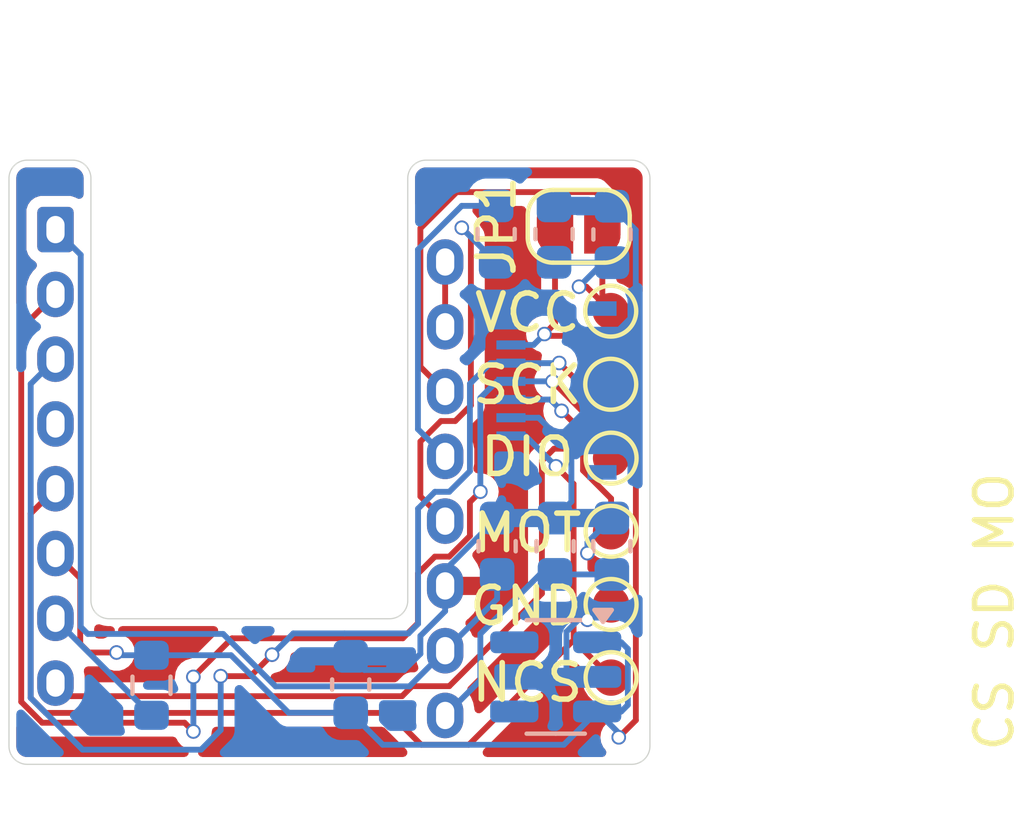
<source format=kicad_pcb>
(kicad_pcb (version 20240108) (generator "pcbnew") (generator_version "8.0")
  (layers (0 "F.Cu" signal) (31 "B.Cu" signal) (34 "B.Paste" user) (35 "F.Paste" user) (36 "B.SilkS" user "B.Silkscreen") (37 "F.SilkS" user "F.Silkscreen") (38 "B.Mask" user) (39 "F.Mask" user) (44 "Edge.Cuts" user))
  (net 0 "")
  (net 1 "GND")
  (net 2 "VCC_1.8V")
  (net 3 "Net-(U1-VCP)")
  (net 4 "Net-(U1-CN)")
  (net 5 "Net-(U1-CP)")
  (net 6 "Net-(U1-+VCSEL)")
  (net 7 "Net-(U1-NRESET)")
  (net 8 "NCS")
  (net 9 "SDIO")
  (net 10 "Net-(U1--VCSEL)")
  (net 11 "MOTION")
  (net 13 "SCLK")
  (net 14 "VCC_3.3_or_1.8V")
  (footprint "Jumper:SolderJumper-2_P1.3mm_Open_RoundedPad1.0x1.5mm" (layer "F.Cu") (at 40.62 29.33)
    (property "Reference" "JP1" (at -2.26 -0.01 90) (layer "F.SilkS") (effects (font (thickness 0.153))))
    (property "Value" "Jumper_2_Bridged" (hide yes))
    (fp_line (start -1.4 0.3) (end -1.4 -0.3) (stroke (width 0.12)) (layer "F.SilkS"))
    (fp_line (start -0.7 -1) (end 0.7 -1) (stroke (width 0.12)) (layer "F.SilkS"))
    (fp_line (start 0.7 1) (end -0.7 1) (stroke (width 0.12)) (layer "F.SilkS"))
    (fp_line (start 1.4 -0.3) (end 1.4 0.3) (stroke (width 0.12)) (layer "F.SilkS"))
    (fp_arc (start -1.4 -0.3) (mid -1.194975 -0.794975) (end -0.7 -1) (stroke (width 0.12)) (layer "F.SilkS"))
    (fp_arc (start -0.7 1) (mid -1.194975 0.794975) (end -1.4 0.3) (stroke (width 0.12)) (layer "F.SilkS"))
    (fp_arc (start 0.7 -1) (mid 1.194975 -0.794975) (end 1.4 -0.3) (stroke (width 0.12)) (layer "F.SilkS"))
    (fp_arc (start 1.4 0.3) (mid 1.194975 0.794975) (end 0.7 1) (stroke (width 0.12)) (layer "F.SilkS"))
    (pad "1" smd custom (at -0.65 0) (size 1 0.5) (layers "F.Cu" "F.Mask") (net 14 "VCC_3.3_or_1.8V") (options (clearance outline) (anchor rect)) (primitives (gr_circle (center 0 0.25) (end 0.5 0.25) (width 0) (fill yes)) (gr_circle (center 0 -0.25) (end 0.5 -0.25) (width 0) (fill yes)) (gr_poly (pts (xy 0.5 0.75) (xy 0 0.75) (xy 0 -0.75) (xy 0.5 -0.75)) (width 0) (fill yes))))
    (pad "2" smd custom (at 0.65 0) (size 1 0.5) (layers "F.Cu" "F.Mask") (net 2 "VCC_1.8V") (options (clearance outline) (anchor rect)) (primitives (gr_circle (center 0 0.25) (end 0.5 0.25) (width 0) (fill yes)) (gr_circle (center 0 -0.25) (end 0.5 -0.25) (width 0) (fill yes)) (gr_poly (pts (xy 0 0.75) (xy -0.5 0.75) (xy -0.5 -0.75) (xy 0 -0.75)) (width 0) (fill yes))))
  )
  (footprint "TestPoint:TestPoint_Pad_D1.0mm" (layer "F.Cu") (at 41.51 39.72)
    (property "Reference" "J2" (hide yes))
    (property "Value" "Conn_01x01_Pin" (hide yes))
    (fp_circle (center 0 0) (end 0 0.7) (stroke (width 0.12)) (fill none) (layer "F.SilkS"))
    (pad "1" smd circle (at 0 0) (size 1 1) (layers "F.Cu" "F.Mask") (net 1 "GND"))
  )
  (footprint "TestPoint:TestPoint_Pad_D1.0mm" (layer "F.Cu") (at 41.51 41.73)
    (property "Reference" "J7" (hide yes))
    (property "Value" "Conn_01x01_Pin" (hide yes))
    (fp_circle (center 0 0) (end 0 0.7) (stroke (width 0.12)) (fill none) (layer "F.SilkS"))
    (pad "1" smd circle (at 0 0) (size 1 1) (layers "F.Cu" "F.Mask") (net 8 "NCS"))
  )
  (footprint "TestPoint:TestPoint_Pad_D1.0mm" (layer "F.Cu") (at 41.51 37.71)
    (property "Reference" "J6" (hide yes))
    (property "Value" "Conn_01x01_Pin" (hide yes))
    (fp_circle (center 0 0) (end 0 0.7) (stroke (width 0.12)) (fill none) (layer "F.SilkS"))
    (pad "1" smd circle (at 0 0) (size 1 1) (layers "F.Cu" "F.Mask") (net 11 "MOTION"))
  )
  (footprint "0_pmw3610-breakout:PMW3610DM-SUDU 16Pin" (layer "F.Cu") (at 31.6032 35.5883 90)
    (property "Reference" "U1" (hide yes))
    (property "Value" "PMW3610")
    (pad "1" thru_hole roundrect (at 6.168 -5.35 270) (size 1.25 1) (drill oval 0.75 0.5) (layers "*.Cu" "*.Mask") (roundrect_rratio 0.15) (net 6 "Net-(U1-+VCSEL)"))
    (pad "2" thru_hole oval (at 4.388 -5.35 270) (size 1.25 1) (drill oval 0.75 0.5) (layers "*.Cu" "*.Mask") (net 9 "SDIO"))
    (pad "3" thru_hole oval (at 2.608 -5.35 270) (size 1.25 1) (drill oval 0.75 0.5) (layers "*.Cu" "*.Mask") (net 13 "SCLK"))
    (pad "4" thru_hole oval (at 0.828 -5.35 270) (size 1.25 1) (drill oval 0.75 0.5) (layers "*.Cu" "*.Mask"))
    (pad "5" thru_hole oval (at -0.952 -5.35 270) (size 1.25 1) (drill oval 0.75 0.5) (layers "*.Cu" "*.Mask") (net 8 "NCS"))
    (pad "6" thru_hole oval (at -2.732 -5.35 270) (size 1.25 1) (drill oval 0.75 0.5) (layers "*.Cu" "*.Mask") (net 14 "VCC_3.3_or_1.8V"))
    (pad "7" thru_hole oval (at -4.512 -5.35 270) (size 1.25 1) (drill oval 0.75 0.5) (layers "*.Cu" "*.Mask") (net 7 "Net-(U1-NRESET)"))
    (pad "8" thru_hole oval (at -6.292 -5.35 270) (size 1.25 1) (drill oval 0.75 0.5) (layers "*.Cu" "*.Mask") (net 11 "MOTION"))
    (pad "9" thru_hole oval (at -7.182 5.35 270) (size 1.25 1) (drill oval 0.75 0.5) (layers "*.Cu" "*.Mask") (net 3 "Net-(U1-VCP)"))
    (pad "10" thru_hole oval (at -5.402 5.35 270) (size 1.25 1) (drill oval 0.75 0.5) (layers "*.Cu" "*.Mask") (net 6 "Net-(U1-+VCSEL)"))
    (pad "11" thru_hole oval (at -3.622 5.35 270) (size 1.25 1) (drill oval 0.75 0.5) (layers "*.Cu" "*.Mask") (net 1 "GND"))
    (pad "12" thru_hole oval (at -1.842 5.35 270) (size 1.25 1) (drill oval 0.75 0.5) (layers "*.Cu" "*.Mask") (net 5 "Net-(U1-CP)"))
    (pad "13" thru_hole oval (at -0.062 5.35 270) (size 1.25 1) (drill oval 0.75 0.5) (layers "*.Cu" "*.Mask") (net 4 "Net-(U1-CN)"))
    (pad "14" thru_hole oval (at 1.718 5.35 270) (size 1.25 1) (drill oval 0.75 0.5) (layers "*.Cu" "*.Mask") (net 2 "VCC_1.8V"))
    (pad "15" thru_hole oval (at 3.498 5.35 270) (size 1.25 1) (drill oval 0.75 0.5) (layers "*.Cu" "*.Mask") (net 10 "Net-(U1--VCSEL)"))
    (pad "16" thru_hole oval (at 5.278 5.35 270) (size 1.25 1) (drill oval 0.75 0.5) (layers "*.Cu" "*.Mask") (net 10 "Net-(U1--VCSEL)"))
    (zone (net 0) (net_name "") (layers "*.Cu" "F.CrtYd") (connect_pads (clearance 0)) (min_thickness 0.254)
      (keepout (tracks not_allowed) (vias not_allowed) (pads not_allowed) (copperpour not_allowed) (footprints not_allowed))
      (fill (thermal_gap 0.508) (thermal_bridge_width 0.508))
      (polygon (pts (xy 27.2544 40.0895) (xy 27.2452 26.5967) (xy 35.932 26.5967) (xy 35.992 40.0895)))
    )
  )
  (footprint "TestPoint:TestPoint_Pad_D1.0mm" (layer "F.Cu") (at 41.51 35.7)
    (property "Reference" "J5" (hide yes))
    (property "Value" "Conn_01x01_Pin" (hide yes))
    (fp_circle (center 0 0) (end 0 0.7) (stroke (width 0.12)) (fill none) (layer "F.SilkS"))
    (pad "1" smd circle (at 0 0) (size 1 1) (layers "F.Cu" "F.Mask") (net 9 "SDIO"))
  )
  (footprint "TestPoint:TestPoint_Pad_D1.0mm" (layer "F.Cu") (at 41.5 31.66)
    (property "Reference" "J3" (hide yes))
    (property "Value" "Conn_01x01_Pin" (hide yes))
    (fp_circle (center 0 0) (end 0 0.7) (stroke (width 0.12)) (fill none) (layer "F.SilkS"))
    (pad "1" smd circle (at 0 0) (size 1 1) (layers "F.Cu" "F.Mask") (net 2 "VCC_1.8V"))
  )
  (footprint "TestPoint:TestPoint_Pad_D1.0mm" (layer "F.Cu") (at 41.5 33.67)
    (property "Reference" "J4" (hide yes))
    (property "Value" "Conn_01x01_Pin" (hide yes))
    (fp_circle (center 0 0) (end 0 0.7) (stroke (width 0.12)) (fill none) (layer "F.SilkS"))
    (pad "1" smd circle (at 0 0) (size 1 1) (layers "F.Cu" "F.Mask") (net 13 "SCLK"))
  )
  (footprint "Capacitor_SMD:C_0603_1608Metric" (layer "B.Cu") (at 39.9432 29.5433 90)
    (property "Reference" "C8" (hide yes))
    (property "Value" "100nF")
    (fp_line (start 0.14058 -0.51) (end -0.14058 -0.51) (stroke (width 0.12)) (layer "B.SilkS"))
    (fp_line (start 0.14058 0.51) (end -0.14058 0.51) (stroke (width 0.12)) (layer "B.SilkS"))
    (pad "1" smd roundrect (at -0.775 0 90) (size 0.9 0.95) (layers "B.Cu" "B.Paste" "B.Mask") (net 2 "VCC_1.8V"))
    (pad "2" smd roundrect (at 0.775 0 90) (size 0.9 0.95) (layers "B.Cu" "B.Paste" "B.Mask") (net 1 "GND"))
  )
  (footprint "Capacitor_SMD:C_0603_1608Metric" (layer "B.Cu") (at 38.3532 29.5433 90)
    (property "Reference" "C5" (hide yes))
    (property "Value" "100nF X7R")
    (fp_line (start 0.14058 -0.51) (end -0.14058 -0.51) (stroke (width 0.12)) (layer "B.SilkS"))
    (fp_line (start 0.14058 0.51) (end -0.14058 0.51) (stroke (width 0.12)) (layer "B.SilkS"))
    (pad "1" smd roundrect (at -0.775 0 90) (size 0.9 0.95) (layers "B.Cu" "B.Paste" "B.Mask") (net 5 "Net-(U1-CP)"))
    (pad "2" smd roundrect (at 0.775 0 90) (size 0.9 0.95) (layers "B.Cu" "B.Paste" "B.Mask") (net 4 "Net-(U1-CN)"))
  )
  (footprint "Capacitor_SMD:C_0603_1608Metric" (layer "B.Cu") (at 34.36 41.92 90)
    (property "Reference" "C1" (hide yes))
    (property "Value" "100nF")
    (fp_line (start 0.14058 -0.51) (end -0.14058 -0.51) (stroke (width 0.12)) (layer "B.SilkS"))
    (fp_line (start 0.14058 0.51) (end -0.14058 0.51) (stroke (width 0.12)) (layer "B.SilkS"))
    (pad "1" smd roundrect (at -0.775 0 90) (size 0.9 0.95) (layers "B.Cu" "B.Paste" "B.Mask") (net 14 "VCC_3.3_or_1.8V"))
    (pad "2" smd roundrect (at 0.775 0 90) (size 0.9 0.95) (layers "B.Cu" "B.Paste" "B.Mask") (net 1 "GND"))
  )
  (footprint "Capacitor_SMD:C_0603_1608Metric" (layer "B.Cu") (at 38.38 38.12 90)
    (property "Reference" "C6" (hide yes))
    (property "Value" "10nF")
    (fp_line (start 0.14058 -0.51) (end -0.14058 -0.51) (stroke (width 0.12)) (layer "B.SilkS"))
    (fp_line (start 0.14058 0.51) (end -0.14058 0.51) (stroke (width 0.12)) (layer "B.SilkS"))
    (pad "1" smd roundrect (at -0.775 0 90) (size 0.9 0.95) (layers "B.Cu" "B.Paste" "B.Mask") (net 6 "Net-(U1-+VCSEL)"))
    (pad "2" smd roundrect (at 0.775 0 90) (size 0.9 0.95) (layers "B.Cu" "B.Paste" "B.Mask") (net 1 "GND"))
  )
  (footprint "Capacitor_SMD:C_0603_1608Metric" (layer "B.Cu") (at 41.53 38.12 90)
    (property "Reference" "C4" (hide yes))
    (property "Value" "10nF X7R")
    (fp_line (start 0.14058 -0.51) (end -0.14058 -0.51) (stroke (width 0.12)) (layer "B.SilkS"))
    (fp_line (start 0.14058 0.51) (end -0.14058 0.51) (stroke (width 0.12)) (layer "B.SilkS"))
    (pad "1" smd roundrect (at -0.775 0 90) (size 0.9 0.95) (layers "B.Cu" "B.Paste" "B.Mask") (net 3 "Net-(U1-VCP)"))
    (pad "2" smd roundrect (at 0.775 0 90) (size 0.9 0.95) (layers "B.Cu" "B.Paste" "B.Mask") (net 1 "GND"))
  )
  (footprint "0_pmw3610-breakout:JUSHUO-AFH34-S06FIA-1H" (layer "B.Cu") (at 38.76 33.84 -90)
    (property "Reference" "J1" (hide yes))
    (property "Value" "Conn_01x06_Pin" (hide yes))
    (pad "0" smd rect (at -2.25 -2.5 270) (size 0.4 0.8) (layers "B.Cu" "B.Paste" "B.Mask"))
    (pad "0" smd rect (at 2.25 -2.5 270) (size 0.4 0.8) (layers "B.Cu" "B.Paste" "B.Mask"))
    (pad "1" smd rect (at -1.25 0 270) (size 0.25 0.8) (layers "B.Cu" "B.Paste" "B.Mask") (net 14 "VCC_3.3_or_1.8V"))
    (pad "2" smd rect (at -0.75 0 270) (size 0.25 0.8) (layers "B.Cu" "B.Paste" "B.Mask") (net 13 "SCLK"))
    (pad "3" smd rect (at -0.25 0 270) (size 0.25 0.8) (layers "B.Cu" "B.Paste" "B.Mask") (net 9 "SDIO"))
    (pad "4" smd rect (at 0.25 0 270) (size 0.25 0.8) (layers "B.Cu" "B.Paste" "B.Mask") (net 11 "MOTION"))
    (pad "5" smd rect (at 0.75 0 270) (size 0.25 0.8) (layers "B.Cu" "B.Paste" "B.Mask") (net 1 "GND"))
    (pad "6" smd rect (at 1.25 0 270) (size 0.25 0.8) (layers "B.Cu" "B.Paste" "B.Mask") (net 8 "NCS"))
  )
  (footprint "Capacitor_SMD:C_0603_1608Metric" (layer "B.Cu") (at 41.5332 29.5533 90)
    (property "Reference" "C7" (hide yes))
    (property "Value" "10uF")
    (fp_line (start 0.14058 -0.51) (end -0.14058 -0.51) (stroke (width 0.12)) (layer "B.SilkS"))
    (fp_line (start 0.14058 0.51) (end -0.14058 0.51) (stroke (width 0.12)) (layer "B.SilkS"))
    (pad "1" smd roundrect (at -0.775 0 90) (size 0.9 0.95) (layers "B.Cu" "B.Paste" "B.Mask") (net 2 "VCC_1.8V"))
    (pad "2" smd roundrect (at 0.775 0 90) (size 0.9 0.95) (layers "B.Cu" "B.Paste" "B.Mask") (net 1 "GND"))
  )
  (footprint "Capacitor_SMD:C_0603_1608Metric" (layer "B.Cu") (at 39.97 38.12 90)
    (property "Reference" "C3" (hide yes))
    (property "Value" "10uF X7R")
    (fp_line (start 0.14058 -0.51) (end -0.14058 -0.51) (stroke (width 0.12)) (layer "B.SilkS"))
    (fp_line (start 0.14058 0.51) (end -0.14058 0.51) (stroke (width 0.12)) (layer "B.SilkS"))
    (pad "1" smd roundrect (at -0.775 0 90) (size 0.9 0.95) (layers "B.Cu" "B.Paste" "B.Mask") (net 3 "Net-(U1-VCP)"))
    (pad "2" smd roundrect (at 0.775 0 90) (size 0.9 0.95) (layers "B.Cu" "B.Paste" "B.Mask") (net 1 "GND"))
  )
  (footprint "Package_TO_SOT_SMD:SOT-23-5" (layer "B.Cu") (at 39.99 41.71 180)
    (property "Reference" "U2" (hide yes))
    (property "Value" "TLV70018_SOT23-5" (hide yes))
    (fp_line (start 0.8 1.56) (end 0 1.56) (stroke (width 0.12)) (layer "B.SilkS"))
    (fp_line (start 0.8 -1.56) (end 0 -1.56) (stroke (width 0.12)) (layer "B.SilkS"))
    (fp_line (start -0.8 1.56) (end 0 1.56) (stroke (width 0.12)) (layer "B.SilkS"))
    (fp_line (start -0.8 -1.56) (end 0 -1.56) (stroke (width 0.12)) (layer "B.SilkS"))
    (fp_poly (pts (xy -1.3 1.51) (xy -1.54 1.84) (xy -1.06 1.84) (xy -1.3 1.51)) (stroke (width 0.12)) (fill solid) (layer "B.SilkS"))
    (pad "1" smd roundrect (at -1.1375 0.95 180) (size 1.325 0.6) (layers "B.Cu" "B.Paste" "B.Mask") (net 14 "VCC_3.3_or_1.8V"))
    (pad "2" smd roundrect (at -1.1375 0 180) (size 1.325 0.6) (layers "B.Cu" "B.Paste" "B.Mask") (net 1 "GND"))
    (pad "3" smd roundrect (at -1.1375 -0.95 180) (size 1.325 0.6) (layers "B.Cu" "B.Paste" "B.Mask") (net 14 "VCC_3.3_or_1.8V"))
    (pad "4" smd roundrect (at 1.1375 -0.95 180) (size 1.325 0.6) (layers "B.Cu" "B.Paste" "B.Mask"))
    (pad "5" smd roundrect (at 1.1375 0.95 180) (size 1.325 0.6) (layers "B.Cu" "B.Paste" "B.Mask") (net 2 "VCC_1.8V"))
  )
  (footprint "Resistor_SMD:R_0603_1608Metric" (layer "B.Cu") (at 28.89 41.94 90)
    (property "Reference" "R1" (hide yes))
    (property "Value" "51kΩ")
    (fp_line (start 0.237258 -0.5225) (end -0.237258 -0.5225) (stroke (width 0.12)) (layer "B.SilkS"))
    (fp_line (start 0.237258 0.5225) (end -0.237258 0.5225) (stroke (width 0.12)) (layer "B.SilkS"))
    (pad "1" smd roundrect (at -0.825 0 90) (size 0.8 0.95) (layers "B.Cu" "B.Paste" "B.Mask") (net 7 "Net-(U1-NRESET)"))
    (pad "2" smd roundrect (at 0.825 0 90) (size 0.8 0.95) (layers "B.Cu" "B.Paste" "B.Mask") (net 14 "VCC_3.3_or_1.8V"))
  )
  (gr_poly (pts (xy 26.75157 27.512949) (xy 26.776125 27.514785) (xy 26.800483 27.517824) (xy 26.824601 27.522047) (xy 26.848438 27.527438) (xy 26.871951 27.533978) (xy 26.8951 27.541649) (xy 26.91784 27.550435) (xy 26.940132 27.560317) (xy 26.961932 27.571278) (xy 26.983199 27.5833) (xy 27.003891 27.596365) (xy 27.023966 27.610456) (xy 27.043382 27.625555) (xy 27.062096 27.641645) (xy 27.080068 27.658706) (xy 27.097173 27.676705) (xy 27.113303 27.69544) (xy 27.128441 27.714871) (xy 27.142568 27.734957) (xy 27.155668 27.755657) (xy 27.167722 27.776931) (xy 27.178712 27.798737) (xy 27.188621 27.821035) (xy 27.197431 27.843783) (xy 27.205124 27.866942) (xy 27.211682 27.89047) (xy 27.217087 27.914325) (xy 27.221323 27.938468) (xy 27.22437 27.962858) (xy 27.226211 27.987453) (xy 27.226829 28.012213) (xy 27.226829 39.612215) (xy 27.22744 39.637042) (xy 27.229263 39.661696) (xy 27.232282 39.686134) (xy 27.23648 39.710318) (xy 27.241841 39.734205) (xy 27.248349 39.757756) (xy 27.255988 39.780928) (xy 27.264743 39.803681) (xy 27.274596 39.825975) (xy 27.285531 39.847768) (xy 27.297533 39.869019) (xy 27.310586 39.889688) (xy 27.324672 39.909734) (xy 27.339777 39.929116) (xy 27.355884 39.947792) (xy 27.372976 39.965722) (xy 27.390948 39.982851) (xy 27.409664 39.998999) (xy 27.429083 40.014148) (xy 27.449163 40.028283) (xy 27.469865 40.041385) (xy 27.491146 40.053437) (xy 27.512967 40.064423) (xy 27.535285 40.074326) (xy 27.55806 40.083127) (xy 27.581251 40.090811) (xy 27.604816 40.097359) (xy 27.628716 40.102756) (xy 27.652908 40.106982) (xy 27.677352 40.110023) (xy 27.702007 40.11186) (xy 27.726831 40.112476) (xy 35.426328 40.112476) (xy 35.451152 40.11186) (xy 35.475807 40.110023) (xy 35.500251 40.106982) (xy 35.524443 40.102756) (xy 35.548343 40.097359) (xy 35.571908 40.090811) (xy 35.595099 40.083127) (xy 35.617874 40.074326) (xy 35.640192 40.064423) (xy 35.662013 40.053437) (xy 35.683294 40.041385) (xy 35.703996 40.028283) (xy 35.724077 40.014148) (xy 35.743495 39.998999) (xy 35.762211 39.982851) (xy 35.780183 39.965722) (xy 35.797275 39.947792) (xy 35.813382 39.929116) (xy 35.828487 39.909734) (xy 35.842573 39.889688) (xy 35.855626 39.869019) (xy 35.867628 39.847768) (xy 35.878563 39.825975) (xy 35.888416 39.803681) (xy 35.89717 39.780928) (xy 35.90481 39.757756) (xy 35.911318 39.734205) (xy 35.916679 39.710318) (xy 35.920877 39.686134) (xy 35.923896 39.661696) (xy 35.925719 39.637042) (xy 35.92633 39.612215) (xy 35.92633 28.012213) (xy 35.926948 27.987453) (xy 35.928789 27.962858) (xy 35.931836 27.938468) (xy 35.936072 27.914325) (xy 35.941477 27.89047) (xy 35.948036 27.866942) (xy 35.955728 27.843783) (xy 35.964538 27.821035) (xy 35.974447 27.798737) (xy 35.985437 27.776931) (xy 35.997491 27.755657) (xy 36.010591 27.734957) (xy 36.024718 27.714871) (xy 36.039856 27.69544) (xy 36.055986 27.676705) (xy 36.073091 27.658706) (xy 36.091062 27.641645) (xy 36.109777 27.625555) (xy 36.129193 27.610456) (xy 36.149268 27.596365) (xy 36.16996 27.5833) (xy 36.191227 27.571278) (xy 36.213027 27.560317) (xy 36.235319 27.550435) (xy 36.258059 27.541649) (xy 36.281208 27.533978) (xy 36.304721 27.527438) (xy 36.328558 27.522047) (xy 36.352676 27.517824) (xy 36.377034 27.514785) (xy 36.401589 27.512949) (xy 36.426299 27.512333) (xy 42.076568 27.512333) (xy 42.101392 27.512949) (xy 42.126047 27.514785) (xy 42.150491 27.517824) (xy 42.174683 27.522047) (xy 42.198582 27.527438) (xy 42.222148 27.533978) (xy 42.245339 27.541649) (xy 42.268114 27.550435) (xy 42.290432 27.560317) (xy 42.312252 27.571278) (xy 42.333534 27.5833) (xy 42.354235 27.596365) (xy 42.374316 27.610456) (xy 42.393735 27.625555) (xy 42.412451 27.641645) (xy 42.430423 27.658706) (xy 42.447521 27.676705) (xy 42.463631 27.69544) (xy 42.478739 27.714871) (xy 42.492827 27.734957) (xy 42.50588 27.755657) (xy 42.517882 27.776931) (xy 42.528817 27.798737) (xy 42.538668 27.821035) (xy 42.547421 27.843783) (xy 42.555058 27.866942) (xy 42.561565 27.89047) (xy 42.566924 27.914325) (xy 42.57112 27.938468) (xy 42.574137 27.962858) (xy 42.575959 27.987453) (xy 42.57657 28.012213) (xy 42.57657 43.612439) (xy 42.575959 43.637199) (xy 42.574137 43.661794) (xy 42.57112 43.686184) (xy 42.566924 43.710327) (xy 42.561565 43.734183) (xy 42.555058 43.757711) (xy 42.547421 43.780869) (xy 42.538668 43.803618) (xy 42.528817 43.825916) (xy 42.517882 43.847722) (xy 42.50588 43.868995) (xy 42.492827 43.889696) (xy 42.478739 43.909782) (xy 42.463631 43.929213) (xy 42.447521 43.947948) (xy 42.430423 43.965947) (xy 42.412451 43.983008) (xy 42.393735 43.999098) (xy 42.374316 44.014197) (xy 42.354235 44.028288) (xy 42.333534 44.041353) (xy 42.312252 44.053375) (xy 42.290432 44.064336) (xy 42.268114 44.074218) (xy 42.245339 44.083004) (xy 42.222148 44.090676) (xy 42.198582 44.097216) (xy 42.174683 44.102606) (xy 42.150491 44.10683) (xy 42.126047 44.109868) (xy 42.101392 44.111704) (xy 42.076568 44.11232) (xy 25.476581 44.11232) (xy 25.451756 44.111704) (xy 25.427102 44.109868) (xy 25.402658 44.10683) (xy 25.378466 44.102606) (xy 25.354566 44.097216) (xy 25.331001 44.090676) (xy 25.30781 44.083004) (xy 25.285035 44.074218) (xy 25.262717 44.064336) (xy 25.240896 44.053375) (xy 25.219615 44.041353) (xy 25.198913 44.028288) (xy 25.178833 44.014197) (xy 25.159414 43.999098) (xy 25.140698 43.983008) (xy 25.122726 43.965947) (xy 25.105634 43.947948) (xy 25.089527 43.929213) (xy 25.074422 43.909782) (xy 25.060336 43.889696) (xy 25.047283 43.868995) (xy 25.035281 43.847722) (xy 25.024345 43.825916) (xy 25.014493 43.803618) (xy 25.005738 43.780869) (xy 24.998099 43.757711) (xy 24.991591 43.734183) (xy 24.986229 43.710327) (xy 24.982032 43.686184) (xy 24.979013 43.661794) (xy 24.97719 43.637199) (xy 24.976579 43.612439) (xy 24.976579 28.012213) (xy 24.97719 27.987453) (xy 24.979013 27.962858) (xy 24.982032 27.938468) (xy 24.986229 27.914325) (xy 24.991591 27.89047) (xy 24.998099 27.866942) (xy 25.005738 27.843783) (xy 25.014493 27.821035) (xy 25.024345 27.798737) (xy 25.035281 27.776931) (xy 25.047283 27.755657) (xy 25.060336 27.734957) (xy 25.074422 27.714871) (xy 25.089527 27.69544) (xy 25.105634 27.676705) (xy 25.122726 27.658706) (xy 25.140698 27.641645) (xy 25.159414 27.625555) (xy 25.178833 27.610456) (xy 25.198913 27.596365) (xy 25.219615 27.5833) (xy 25.240896 27.571278) (xy 25.262717 27.560317) (xy 25.285035 27.550435) (xy 25.30781 27.541649) (xy 25.331001 27.533978) (xy 25.354566 27.527438) (xy 25.378466 27.522047) (xy 25.402658 27.517824) (xy 25.427102 27.514785) (xy 25.451756 27.512949) (xy 25.476581 27.512333) (xy 26.72686 27.512333)) (stroke (width 0.034519) (color 0 0 255 1)) (fill none) (layer "Edge.Cuts"))
  (gr_text "NCS" (at 39.21 42.45 0) (layer "F.SilkS") (effects (font (size 1 1) (thickness 0.153)) (justify bottom)))
  (gr_text "SCK" (at 39.21 34.27 0) (layer "F.SilkS") (effects (font (size 1 1) (thickness 0.153)) (justify bottom)))
  (gr_text "MOT" (at 39.21 38.34 0) (layer "F.SilkS") (effects (font (size 1 1) (thickness 0.153)) (justify bottom)))
  (gr_text "VCC" (at 39.21 32.29 0) (layer "F.SilkS") (effects (font (size 1 1) (thickness 0.153)) (justify bottom)))
  (gr_text "CS SD MO" (at 52.62 43.83 90) (layer "F.SilkS") (effects (font (size 1 1) (thickness 0.153)) (justify left bottom)))
  (gr_text "DIO" (at 39.21 36.25 0) (layer "F.SilkS") (effects (font (size 1 1) (thickness 0.153)) (justify bottom)))
  (gr_text "GND" (at 39.17 40.35 0) (layer "F.SilkS") (effects (font (size 1 1) (thickness 0.153)) (justify bottom)))
  (segment (start 41.51 39.72) (end 41.28 39.72) (width 0.16) (layer "F.Cu") (net 1))
  (segment (start 41.51 39.72) (end 41.51 38.96) (width 0.16) (layer "F.Cu") (net 1))
  (segment (start 41.51 38.96) (end 40.86 38.31) (width 0.16) (layer "F.Cu") (net 1))
  (segment (start 41.28 39.72) (end 40.86 40.14) (width 0.16) (layer "F.Cu") (net 1))
  (via (at 40.86 40.14) (size 0.4) (drill 0.3) (layers "F.Cu" "B.Cu") (net 1))
  (via (at 40.86 38.31) (size 0.4) (drill 0.3) (layers "F.Cu" "B.Cu") (net 1))
  (segment (start 36.9532 39.903635) (end 36.9532 39.2103) (width 0.16) (layer "B.Cu") (net 1))
  (segment (start 41.5332 28.7783) (end 39.9532 28.7783) (width 0.16) (layer "B.Cu") (net 1))
  (segment (start 36.9532 38.7718) (end 38.38 37.345) (width 0.16) (layer "B.Cu") (net 1))
  (segment (start 42.1882 29.4333) (end 42.1882 31.7118) (width 0.16) (layer "B.Cu") (net 1))
  (segment (start 36.9532 39.2103) (end 36.9532 38.7718) (width 0.16) (layer "B.Cu") (net 1))
  (segment (start 40.614152 40.14) (end 40.285 40.469152) (width 0.16) (layer "B.Cu") (net 1))
  (segment (start 40.86 38.31) (end 40.86 38.015) (width 0.16) (layer "B.Cu") (net 1))
  (segment (start 40.051299 35.148701) (end 40.42 35.517402) (width 0.16) (layer "B.Cu") (net 1))
  (segment (start 36.2732 41.0768) (end 36.2732 40.583635) (width 0.16) (layer "B.Cu") (net 1))
  (segment (start 40.051299 35.148701) (end 40.051299 35.121299) (width 0.16) (layer "B.Cu") (net 1))
  (segment (start 39.97 37.345) (end 38.38 37.345) (width 0.16) (layer "B.Cu") (net 1))
  (segment (start 41.5332 28.7783) (end 42.1882 29.4333) (width 0.16) (layer "B.Cu") (net 1))
  (segment (start 36.2732 40.583635) (end 36.9532 39.903635) (width 0.16) (layer "B.Cu") (net 1))
  (segment (start 39.52 34.59) (end 38.76 34.59) (width 0.16) (layer "B.Cu") (net 1))
  (segment (start 41.55 33.65) (end 40.051299 35.148701) (width 0.16) (layer "B.Cu") (net 1))
  (segment (start 35.83 41.52) (end 36.2732 41.0768) (width 0.16) (layer "B.Cu") (net 1))
  (segment (start 40.285 41.529999) (end 40.465001 41.71) (width 0.16) (layer "B.Cu") (net 1))
  (segment (start 40.86 38.015) (end 41.53 37.345) (width 0.16) (layer "B.Cu") (net 1))
  (segment (start 40.42 36.895) (end 39.97 37.345) (width 0.16) (layer "B.Cu") (net 1))
  (segment (start 39.9532 28.7783) (end 39.9432 28.7683) (width 0.16) (layer "B.Cu") (net 1))
  (segment (start 42.1882 31.7118) (end 41.55 32.35) (width 0.16) (layer "B.Cu") (net 1))
  (segment (start 34.735 41.52) (end 35.83 41.52) (width 0.16) (layer "B.Cu") (net 1))
  (segment (start 40.465001 41.71) (end 41.1275 41.71) (width 0.16) (layer "B.Cu") (net 1))
  (segment (start 40.42 35.517402) (end 40.42 36.895) (width 0.16) (layer "B.Cu") (net 1))
  (segment (start 40.86 40.14) (end 40.614152 40.14) (width 0.16) (layer "B.Cu") (net 1))
  (segment (start 40.285 40.469152) (end 40.285 41.529999) (width 0.16) (layer "B.Cu") (net 1))
  (segment (start 41.55 32.35) (end 41.55 33.65) (width 0.16) (layer "B.Cu") (net 1))
  (segment (start 34.36 41.145) (end 34.735 41.52) (width 0.16) (layer "B.Cu") (net 1))
  (segment (start 40.051299 35.121299) (end 39.52 34.59) (width 0.16) (layer "B.Cu") (net 1))
  (segment (start 39.97 37.345) (end 41.53 37.345) (width 0.16) (layer "B.Cu") (net 1))
  (segment (start 40.83 30.99) (end 41.5 31.66) (width 0.16) (layer "F.Cu") (net 2))
  (segment (start 41.27 29.33) (end 41.27 31.43) (width 0.16) (layer "F.Cu") (net 2))
  (segment (start 37.27 28.39) (end 36.2732 29.3868) (width 0.16) (layer "F.Cu") (net 2))
  (segment (start 41.27 28.575) (end 41.085 28.39) (width 0.16) (layer "F.Cu") (net 2))
  (segment (start 36.2732 29.3868) (end 36.2732 33.1903) (width 0.16) (layer "F.Cu") (net 2))
  (segment (start 41.27 31.43) (end 41.5 31.66) (width 0.16) (layer "F.Cu") (net 2))
  (segment (start 41.085 28.39) (end 37.27 28.39) (width 0.16) (layer "F.Cu") (net 2))
  (segment (start 41.27 29.33) (end 41.27 28.575) (width 0.16) (layer "F.Cu") (net 2))
  (segment (start 36.2732 33.1903) (end 36.9532 33.8703) (width 0.16) (layer "F.Cu") (net 2))
  (segment (start 40.63 30.99) (end 40.83 30.99) (width 0.16) (layer "F.Cu") (net 2))
  (segment (start 41.37 29.43) (end 41.27 29.33) (width 0.16) (layer "F.Cu") (net 2))
  (via (at 40.63 30.99) (size 0.4) (drill 0.3) (layers "F.Cu" "B.Cu") (net 2))
  (segment (start 41.5332 30.3283) (end 39.9532 30.3283) (width 0.16) (layer "B.Cu") (net 2))
  (segment (start 41.5332 30.3283) (end 41.2917 30.3283) (width 0.16) (layer "B.Cu") (net 2))
  (segment (start 39.9532 30.3283) (end 39.9432 30.3183) (width 0.16) (layer "B.Cu") (net 2))
  (segment (start 41.2917 30.3283) (end 40.63 30.99) (width 0.16) (layer "B.Cu") (net 2))
  (segment (start 41.5332 30.3283) (end 41.5332 30.0468) (width 0.16) (layer "B.Cu") (net 2))
  (segment (start 39.555 38.895) (end 39.97 38.895) (width 0.16) (layer "B.Cu") (net 3))
  (segment (start 41.53 38.895) (end 39.97 38.895) (width 0.16) (layer "B.Cu") (net 3))
  (segment (start 36.9532 42.7703) (end 37.92 41.8035) (width 0.16) (layer "B.Cu") (net 3))
  (segment (start 37.92 40.53) (end 39.555 38.895) (width 0.16) (layer "B.Cu") (net 3))
  (segment (start 37.92 41.8035) (end 37.92 40.53) (width 0.16) (layer "B.Cu") (net 3))
  (segment (start 36.20633 29.970505) (end 37.408535 28.7683) (width 0.16) (layer "B.Cu") (net 4))
  (segment (start 36.20633 34.90343) (end 36.20633 29.970505) (width 0.16) (layer "B.Cu") (net 4))
  (segment (start 37.408535 28.7683) (end 38.3532 28.7683) (width 0.16) (layer "B.Cu") (net 4))
  (segment (start 36.9532 35.6503) (end 36.20633 34.90343) (width 0.16) (layer "B.Cu") (net 4))
  (segment (start 37.230165 34.68) (end 36.836835 34.68) (width 0.16) (layer "F.Cu") (net 5))
  (segment (start 37.66 34.250165) (end 37.230165 34.68) (width 0.16) (layer "F.Cu") (net 5))
  (segment (start 36.836835 34.68) (end 36.2732 35.243635) (width 0.16) (layer "F.Cu") (net 5))
  (segment (start 36.2732 35.243635) (end 36.2732 36.7503) (width 0.16) (layer "F.Cu") (net 5))
  (segment (start 37.66 29.62) (end 37.66 34.250165) (width 0.16) (layer "F.Cu") (net 5))
  (segment (start 36.2732 36.7503) (end 36.9532 37.4303) (width 0.16) (layer "F.Cu") (net 5))
  (segment (start 37.41 29.37) (end 37.66 29.62) (width 0.16) (layer "F.Cu") (net 5))
  (via (at 37.41 29.37) (size 0.4) (drill 0.3) (layers "F.Cu" "B.Cu") (net 5))
  (segment (start 37.41 29.3751) (end 38.3532 30.3183) (width 0.16) (layer "B.Cu") (net 5))
  (segment (start 37.41 29.37) (end 37.41 29.3751) (width 0.16) (layer "B.Cu") (net 5))
  (segment (start 38.38 38.895) (end 38.38 39.5635) (width 0.16) (layer "B.Cu") (net 6))
  (segment (start 32.297696 41.97) (end 35.9735 41.97) (width 0.16) (layer "B.Cu") (net 6))
  (segment (start 26.946829 40.336829) (end 27.14 40.53) (width 0.16) (layer "B.Cu") (net 6))
  (segment (start 38.38 39.5635) (end 36.9532 40.9903) (width 0.16) (layer "B.Cu") (net 6))
  (segment (start 26.946829 30.113929) (end 26.946829 40.336829) (width 0.16) (layer "B.Cu") (net 6))
  (segment (start 30.857696 40.53) (end 32.297696 41.97) (width 0.16) (layer "B.Cu") (net 6))
  (segment (start 26.2532 29.4203) (end 26.946829 30.113929) (width 0.16) (layer "B.Cu") (net 6))
  (segment (start 27.14 40.53) (end 30.857696 40.53) (width 0.16) (layer "B.Cu") (net 6))
  (segment (start 35.9735 41.97) (end 36.9532 40.9903) (width 0.16) (layer "B.Cu") (net 6))
  (segment (start 26.2532 40.1003) (end 26.2532 40.1282) (width 0.16) (layer "B.Cu") (net 7))
  (segment (start 26.2532 40.1282) (end 28.89 42.765) (width 0.16) (layer "B.Cu") (net 7))
  (segment (start 40.48 36.41) (end 40.48 40.7) (width 0.16) (layer "F.Cu") (net 8))
  (segment (start 40.48 40.7) (end 41.51 41.73) (width 0.16) (layer "F.Cu") (net 8))
  (segment (start 39.995 35.925) (end 40.48 36.41) (width 0.16) (layer "F.Cu") (net 8))
  (segment (start 25.5732 37.2203) (end 26.2532 36.5403) (width 0.16) (layer "F.Cu") (net 8))
  (segment (start 36.2953 43.5753) (end 35.42 42.7) (width 0.16) (layer "F.Cu") (net 8))
  (segment (start 35.42 42.7) (end 25.986235 42.7) (width 0.16) (layer "F.Cu") (net 8))
  (segment (start 25.986235 42.7) (end 25.5732 42.286965) (width 0.16) (layer "F.Cu") (net 8))
  (segment (start 37.6047 43.5753) (end 36.2953 43.5753) (width 0.16) (layer "F.Cu") (net 8))
  (segment (start 25.5732 42.286965) (end 25.5732 37.2203) (width 0.16) (layer "F.Cu") (net 8))
  (segment (start 40.48 40.7) (end 37.6047 43.5753) (width 0.16) (layer "F.Cu") (net 8))
  (via (at 39.995 35.925) (size 0.4) (drill 0.3) (layers "F.Cu" "B.Cu") (net 8))
  (segment (start 39.995 35.925) (end 39.16 35.09) (width 0.16) (layer "B.Cu") (net 8))
  (segment (start 39.16 35.09) (end 38.76 35.09) (width 0.16) (layer "B.Cu") (net 8))
  (segment (start 39.9 33.59) (end 41.04 34.73) (width 0.16) (layer "F.Cu") (net 9))
  (segment (start 41.04 35.23) (end 41.51 35.7) (width 0.16) (layer "F.Cu") (net 9))
  (segment (start 29.8 42.97) (end 25.888539 42.97) (width 0.16) (layer "F.Cu") (net 9))
  (segment (start 30.04 41.71) (end 31.1 40.65) (width 0.16) (layer "F.Cu") (net 9))
  (segment (start 36.20633 40.23367) (end 36.20633 38.870505) (width 0.16) (layer "F.Cu") (net 9))
  (segment (start 36.20633 38.870505) (end 36.671535 38.4053) (width 0.16) (layer "F.Cu") (net 9))
  (segment (start 25.313199 32.140301) (end 26.2532 31.2003) (width 0.16) (layer "F.Cu") (net 9))
  (segment (start 36.671535 38.4053) (end 37.064865 38.4053) (width 0.16) (layer "F.Cu") (net 9))
  (segment (start 41.04 34.73) (end 41.04 35.23) (width 0.16) (layer "F.Cu") (net 9))
  (segment (start 35.79 40.65) (end 36.20633 40.23367) (width 0.16) (layer "F.Cu") (net 9))
  (segment (start 37.6332 36.9068) (end 37.92 36.62) (width 0.16) (layer "F.Cu") (net 9))
  (segment (start 30.04 43.21) (end 29.8 42.97) (width 0.16) (layer "F.Cu") (net 9))
  (segment (start 25.888539 42.97) (end 25.313199 42.39466) (width 0.16) (layer "F.Cu") (net 9))
  (segment (start 37.6332 37.836965) (end 37.6332 36.9068) (width 0.16) (layer "F.Cu") (net 9))
  (segment (start 25.313199 42.39466) (end 25.313199 32.140301) (width 0.16) (layer "F.Cu") (net 9))
  (segment (start 31.1 40.65) (end 35.79 40.65) (width 0.16) (layer "F.Cu") (net 9))
  (segment (start 37.064865 38.4053) (end 37.6332 37.836965) (width 0.16) (layer "F.Cu") (net 9))
  (via (at 30.04 41.71) (size 0.4) (drill 0.3) (layers "F.Cu" "B.Cu") (net 9))
  (via (at 30.04 43.21) (size 0.4) (drill 0.3) (layers "F.Cu" "B.Cu") (net 9))
  (via (at 37.92 36.62) (size 0.4) (drill 0.3) (layers "F.Cu" "B.Cu") (net 9))
  (via (at 39.9 33.59) (size 0.4) (drill 0.3) (layers "F.Cu" "B.Cu") (net 9))
  (segment (start 38.76 33.59) (end 38.375 33.59) (width 0.16) (layer "B.Cu") (net 9))
  (segment (start 38.375 33.59) (end 37.92 34.045) (width 0.16) (layer "B.Cu") (net 9))
  (segment (start 39.9 33.59) (end 38.76 33.59) (width 0.16) (layer "B.Cu") (net 9))
  (segment (start 37.92 34.045) (end 37.92 36.62) (width 0.16) (layer "B.Cu") (net 9))
  (segment (start 30.04 41.71) (end 30.04 43.21) (width 0.16) (layer "B.Cu") (net 9))
  (segment (start 36.9532 30.3103) (end 36.9532 32.0903) (width 0.16) (layer "F.Cu") (net 10))
  (segment (start 37.064865 41.9653) (end 39.61 39.420165) (width 0.16) (layer "F.Cu") (net 11))
  (segment (start 40.74 34.99) (end 40.74 35.44) (width 0.16) (layer "F.Cu") (net 11))
  (segment (start 36.0447 41.9653) (end 37.064865 41.9653) (width 0.16) (layer "F.Cu") (net 11))
  (segment (start 39.61 39.420165) (end 39.61 35.772598) (width 0.16) (layer "F.Cu") (net 11))
  (segment (start 41.51 36.81) (end 41.51 37.71) (width 0.16) (layer "F.Cu") (net 11))
  (segment (start 35.77 42.24) (end 36.0447 41.9653) (width 0.16) (layer "F.Cu") (net 11))
  (segment (start 39.942598 35.44) (end 40.74 35.44) (width 0.16) (layer "F.Cu") (net 11))
  (segment (start 26.2532 41.8803) (end 26.6129 42.24) (width 0.16) (layer "F.Cu") (net 11))
  (segment (start 39.61 35.772598) (end 39.942598 35.44) (width 0.16) (layer "F.Cu") (net 11))
  (segment (start 40.74 36.04) (end 41.51 36.81) (width 0.16) (layer "F.Cu") (net 11))
  (segment (start 26.6129 42.24) (end 35.77 42.24) (width 0.16) (layer "F.Cu") (net 11))
  (segment (start 40.15 34.4) (end 40.74 34.99) (width 0.16) (layer "F.Cu") (net 11))
  (segment (start 40.74 35.44) (end 40.74 36.04) (width 0.16) (layer "F.Cu") (net 11))
  (via (at 40.15 34.4) (size 0.4) (drill 0.3) (layers "F.Cu" "B.Cu") (net 11))
  (segment (start 40.15 34.4) (end 39.84 34.09) (width 0.16) (layer "B.Cu") (net 11))
  (segment (start 39.84 34.09) (end 38.76 34.09) (width 0.16) (layer "B.Cu") (net 11))
  (segment (start 40.67 33.67) (end 41.5 33.67) (width 0.16) (layer "F.Cu") (net 13))
  (segment (start 32.2 41.1) (end 31.61 41.69) (width 0.16) (layer "F.Cu") (net 13))
  (segment (start 40.085 33.085) (end 40.67 33.67) (width 0.16) (layer "F.Cu") (net 13))
  (segment (start 31.61 41.69) (end 30.79 41.69) (width 0.16) (layer "F.Cu") (net 13))
  (via (at 30.79 41.69) (size 0.4) (drill 0.3) (layers "F.Cu" "B.Cu") (net 13))
  (via (at 40.085 33.085) (size 0.4) (drill 0.3) (layers "F.Cu" "B.Cu") (net 13))
  (via (at 32.2 41.1) (size 0.4) (drill 0.3) (layers "F.Cu" "B.Cu") (net 13))
  (segment (start 37.064865 36.6253) (end 37.6332 36.056965) (width 0.16) (layer "B.Cu") (net 13))
  (segment (start 37.6332 33.6568) (end 38.2 33.09) (width 0.16) (layer "B.Cu") (net 13))
  (segment (start 36.21 40.252304) (end 35.947304 40.515) (width 0.16) (layer "B.Cu") (net 13))
  (segment (start 25.5732 42.286965) (end 25.5732 33.6603) (width 0.16) (layer "B.Cu") (net 13))
  (segment (start 36.21 37.086835) (end 36.671535 36.6253) (width 0.16) (layer "B.Cu") (net 13))
  (segment (start 36.21 40.252304) (end 36.21 37.086835) (width 0.16) (layer "B.Cu") (net 13))
  (segment (start 32.785 40.515) (end 32.2 41.1) (width 0.16) (layer "B.Cu") (net 13))
  (segment (start 25.5732 33.6603) (end 26.2532 32.9803) (width 0.16) (layer "B.Cu") (net 13))
  (segment (start 30.79 41.69) (end 30.79 43.17) (width 0.16) (layer "B.Cu") (net 13))
  (segment (start 26.996235 43.71) (end 25.5732 42.286965) (width 0.16) (layer "B.Cu") (net 13))
  (segment (start 38.2 33.09) (end 38.76 33.09) (width 0.16) (layer "B.Cu") (net 13))
  (segment (start 36.671535 36.6253) (end 37.064865 36.6253) (width 0.16) (layer "B.Cu") (net 13))
  (segment (start 40.08 33.09) (end 38.76 33.09) (width 0.16) (layer "B.Cu") (net 13))
  (segment (start 30.25 43.71) (end 26.996235 43.71) (width 0.16) (layer "B.Cu") (net 13))
  (segment (start 37.6332 36.056965) (end 37.6332 33.6568) (width 0.16) (layer "B.Cu") (net 13))
  (segment (start 30.79 43.17) (end 30.25 43.71) (width 0.16) (layer "B.Cu") (net 13))
  (segment (start 35.947304 40.515) (end 34.19 40.515) (width 0.16) (layer "B.Cu") (net 13))
  (segment (start 34.19 40.515) (end 32.785 40.515) (width 0.16) (layer "B.Cu") (net 13))
  (segment (start 40.085 33.085) (end 40.08 33.09) (width 0.16) (layer "B.Cu") (net 13))
  (segment (start 26.9332 39.0003) (end 26.2532 38.3203) (width 0.16) (layer "F.Cu") (net 14))
  (segment (start 42.19 42.9) (end 41.72 43.37) (width 0.16) (layer "F.Cu") (net 14))
  (segment (start 41.54657 32.34) (end 42.19 32.98343) (width 0.16) (layer "F.Cu") (net 14))
  (segment (start 27.93 41.04) (end 27.17 41.04) (width 0.16) (layer "F.Cu") (net 14))
  (segment (start 39.97 32) (end 39.97 29.33) (width 0.16) (layer "F.Cu") (net 14))
  (segment (start 27.17 41.04) (end 26.9332 40.8032) (width 0.16) (layer "F.Cu") (net 14))
  (segment (start 39.73 32.34) (end 41.54657 32.34) (width 0.16) (layer "F.Cu") (net 14))
  (segment (start 26.9332 40.8032) (end 26.9332 39.0003) (width 0.16) (layer "F.Cu") (net 14))
  (segment (start 39.68 32.29) (end 39.97 32) (width 0.16) (layer "F.Cu") (net 14))
  (segment (start 39.68 32.29) (end 39.73 32.34) (width 0.16) (layer "F.Cu") (net 14))
  (segment (start 42.19 32.98343) (end 42.19 42.9) (width 0.16) (layer "F.Cu") (net 14))
  (via (at 27.93 41.04) (size 0.4) (drill 0.3) (layers "F.Cu" "B.Cu") (net 14))
  (via (at 39.68 32.29) (size 0.4) (drill 0.3) (layers "F.Cu" "B.Cu") (net 14))
  (via (at 41.72 43.37) (size 0.4) (drill 0.3) (layers "F.Cu" "B.Cu") (net 14))
  (segment (start 28.89 41.115) (end 28.005 41.115) (width 0.16) (layer "B.Cu") (net 14))
  (segment (start 40.2122 43.5753) (end 35.2403 43.5753) (width 0.16) (layer "B.Cu") (net 14))
  (segment (start 38.76 32.59) (end 39.38 32.59) (width 0.16) (layer "B.Cu") (net 14))
  (segment (start 41.1275 42.66) (end 41.789999 42.66) (width 0.16) (layer "B.Cu") (net 14))
  (segment (start 41.72 43.37) (end 41.72 43.2525) (width 0.16) (layer "B.Cu") (net 14))
  (segment (start 34.36 42.695) (end 32.655 42.695) (width 0.16) (layer "B.Cu") (net 14))
  (segment (start 41.97 40.940001) (end 41.789999 40.76) (width 0.16) (layer "B.Cu") (net 14))
  (segment (start 32.655 42.695) (end 31.075 41.115) (width 0.16) (layer "B.Cu") (net 14))
  (segment (start 41.72 43.2525) (end 41.1275 42.66) (width 0.16) (layer "B.Cu") (net 14))
  (segment (start 31.075 41.115) (end 28.89 41.115) (width 0.16) (layer "B.Cu") (net 14))
  (segment (start 35.2403 43.5753) (end 34.36 42.695) (width 0.16) (layer "B.Cu") (net 14))
  (segment (start 41.789999 40.76) (end 41.1275 40.76) (width 0.16) (layer "B.Cu") (net 14))
  (segment (start 39.38 32.59) (end 39.68 32.29) (width 0.16) (layer "B.Cu") (net 14))
  (segment (start 41.1275 42.66) (end 40.2122 43.5753) (width 0.16) (layer "B.Cu") (net 14))
  (segment (start 41.97 42.479999) (end 41.97 40.940001) (width 0.16) (layer "B.Cu") (net 14))
  (segment (start 41.789999 42.66) (end 41.97 42.479999) (width 0.16) (layer "B.Cu") (net 14))
  (segment (start 28.005 41.115) (end 27.93 41.04) (width 0.16) (layer "B.Cu") (net 14))
  (zone (net 1) (net_name "GND") (layer "F.Cu") (connect_pads (clearance 0.3)) (min_thickness 0.25) (fill yes (thermal_gap 0.5) (thermal_bridge_width 0.5) (island_removal_mode 1) (island_area_min 10))
    (polygon (pts (xy 24.98 27.49) (xy 42.59 27.51) (xy 42.56 44.11) (xy 24.98 44.11)))
  )
  (zone (net 1) (net_name "GND") (layer "B.Cu") (connect_pads (clearance 0.3)) (min_thickness 0.25) (fill yes (thermal_gap 0.5) (thermal_bridge_width 0.5) (island_removal_mode 1) (island_area_min 10))
    (polygon (pts (xy 24.73 27.65) (xy 42.6 27.51) (xy 42.57 44.11) (xy 24.99 44.11)))
  )
)
</source>
